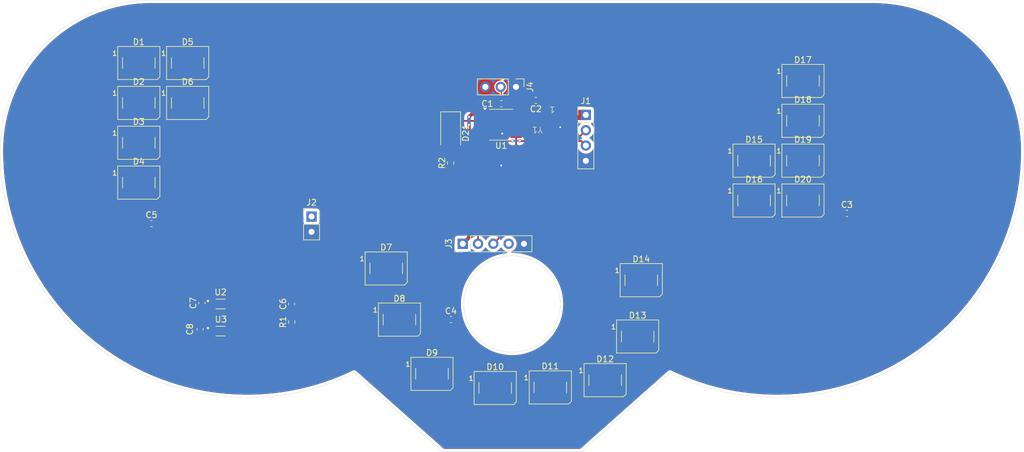
<source format=kicad_pcb>
(kicad_pcb (version 20241229) (generator "pcbnew") (generator_version "9.0")
  (layers (0 "F.Cu" signal) (2 "B.Cu" signal) (13 "F.Paste" user) (15 "B.Paste" user) (5 "F.SilkS" user "F.Silkscreen") (7 "B.SilkS" user "B.Silkscreen") (1 "F.Mask" user) (3 "B.Mask" user) (25 "Edge.Cuts" user))
  (net 0 "")
  (net 1 "GND")
  (net 2 "+3.3V")
  (net 3 "+5V")
  (net 4 "Net-(U2-DVI)")
  (net 5 "Net-(D1-DOUT)")
  (net 6 "Net-(D1-DIN)")
  (net 7 "Net-(D2-DOUT)")
  (net 8 "Net-(D3-DOUT)")
  (net 9 "Net-(D4-DOUT)")
  (net 10 "Net-(D5-DOUT)")
  (net 11 "Net-(D6-DOUT)")
  (net 12 "Net-(D7-DOUT)")
  (net 13 "Net-(D8-DOUT)")
  (net 14 "Net-(D10-DIN)")
  (net 15 "Net-(D10-DOUT)")
  (net 16 "Net-(D11-DOUT)")
  (net 17 "Net-(D12-DOUT)")
  (net 18 "Net-(D13-DOUT)")
  (net 19 "Net-(D14-DOUT)")
  (net 20 "Net-(D15-DOUT)")
  (net 21 "Net-(D16-DOUT)")
  (net 22 "Net-(D17-DOUT)")
  (net 23 "Net-(D18-DOUT)")
  (net 24 "Net-(D19-DOUT)")
  (net 26 "Net-(D21-K)")
  (net 27 "/SDA")
  (net 28 "/SCL")
  (net 29 "/mode")
  (net 30 "/UPDI{slash}~{RESET}")
  (net 32 "/XTAL")
  (footprint "LED_SMD:LED_WS2812B_PLCC4_5.0x5.0mm_P3.2mm" (layer "F.Cu") (at 77.64 30.44)
    (property "Reference" "D5" (at 0 -3.5 0) (layer "F.SilkS"))
    (property "Value" "WS2812B")
    (fp_line (start -3.5 -2.75) (end -3.5 2.75) (stroke (width 0.12)) (layer "F.SilkS"))
    (fp_line (start -3.5 -2.75) (end 3.5 -2.75) (stroke (width 0.12)) (layer "F.SilkS"))
    (fp_line (start -3.5 2.75) (end 3.05 2.75) (stroke (width 0.12)) (layer "F.SilkS"))
    (fp_line (start -2.7 0.9) (end -2.7 -0.9) (stroke (width 0.12)) (layer "F.SilkS"))
    (fp_line (start 2.7 0.9) (end 2.7 -0.9) (stroke (width 0.12)) (layer "F.SilkS"))
    (fp_line (start 3.05 2.75) (end 3.5 2.3) (stroke (width 0.12)) (layer "F.SilkS"))
    (fp_line (start 3.5 2.3) (end 3.5 -2.75) (stroke (width 0.12)) (layer "F.SilkS"))
    (fp_text user "1" (at -4 -1.6 0) (layer "F.SilkS") (effects (font (size 0.8 0.8))))
    (pad "1" smd roundrect (at -2.45 -1.65) (size 1.5 0.9) (layers "F.Cu" "F.Mask" "F.Paste") (roundrect_rratio 0.1) (net 3 "+5V"))
    (pad "2" smd roundrect (at -2.45 1.65) (size 1.5 0.9) (layers "F.Cu" "F.Mask" "F.Paste") (roundrect_rratio 0.1) (net 10 "Net-(D5-DOUT)"))
    (pad "3" smd roundrect (at 2.45 1.65) (size 1.5 0.9) (layers "F.Cu" "F.Mask" "F.Paste") (roundrect_rratio 0.1) (net 1 "GND"))
    (pad "4" smd roundrect (at 2.45 -1.65) (size 1.5 0.9) (layers "F.Cu" "F.Mask" "F.Paste") (roundrect_rratio 0.1) (net 9 "Net-(D4-DOUT)"))
  )
  (footprint "Capacitor_SMD:C_0603_1608Metric" (layer "F.Cu") (at 135.45 36.65 180)
    (property "Reference" "C2" (at 0 -1.43 0) (layer "F.SilkS"))
    (property "Value" "1µF")
    (fp_line (start -0.14058 0.51) (end 0.14058 0.51) (stroke (width 0.12)) (layer "F.SilkS"))
    (fp_line (start -0.14058 -0.51) (end 0.14058 -0.51) (stroke (width 0.12)) (layer "F.SilkS"))
    (pad "1" smd roundrect (at -0.775 0 180) (size 0.9 0.95) (layers "F.Cu" "F.Mask" "F.Paste") (net 2 "+3.3V"))
    (pad "2" smd roundrect (at 0.775 0 180) (size 0.9 0.95) (layers "F.Cu" "F.Mask" "F.Paste") (net 1 "GND"))
  )
  (footprint "Capacitor_SMD:C_0603_1608Metric" (layer "F.Cu") (at 129.725 37.2)
    (property "Reference" "C1" (at -2.325 0 0) (layer "F.SilkS"))
    (property "Value" "1µF")
    (fp_line (start -0.14058 -0.51) (end 0.14058 -0.51) (stroke (width 0.12)) (layer "F.SilkS"))
    (fp_line (start -0.14058 0.51) (end 0.14058 0.51) (stroke (width 0.12)) (layer "F.SilkS"))
    (pad "1" smd roundrect (at -0.775 0) (size 0.9 0.95) (layers "F.Cu" "F.Mask" "F.Paste") (net 2 "+3.3V"))
    (pad "2" smd roundrect (at 0.775 0) (size 0.9 0.95) (layers "F.Cu" "F.Mask" "F.Paste") (net 1 "GND"))
  )
  (footprint "Connector_PinHeader_2.54mm:PinHeader_1x03_P2.54mm_Vertical" (layer "F.Cu") (at 132.15 34.4 -90)
    (property "Reference" "J4" (at 0 -2.33 90) (layer "F.SilkS"))
    (property "Value" "Conn_01x03_Pin")
    (fp_line (start -1.33 6.41) (end 1.33 6.41) (stroke (width 0.12)) (layer "F.SilkS"))
    (fp_line (start -1.33 1.27) (end -1.33 6.41) (stroke (width 0.12)) (layer "F.SilkS"))
    (fp_line (start -1.33 1.27) (end 1.33 1.27) (stroke (width 0.12)) (layer "F.SilkS"))
    (fp_line (start 1.33 1.27) (end 1.33 6.41) (stroke (width 0.12)) (layer "F.SilkS"))
    (fp_line (start -1.33 0) (end -1.33 -1.33) (stroke (width 0.12)) (layer "F.SilkS"))
    (fp_line (start -1.33 -1.33) (end 0 -1.33) (stroke (width 0.12)) (layer "F.SilkS"))
    (pad "1" thru_hole rect (at 0 0 270) (size 1.7 1.7) (drill 1) (layers "*.Cu" "*.Mask") (net 1 "GND"))
    (pad "2" thru_hole oval (at 0 2.54 270) (size 1.7 1.7) (drill 1) (layers "*.Cu" "*.Mask") (net 30 "/UPDI{slash}~{RESET}"))
    (pad "3" thru_hole oval (at 0 5.08 270) (size 1.7 1.7) (drill 1) (layers "*.Cu" "*.Mask") (net 2 "+3.3V"))
  )
  (footprint "LED_SMD:LED_WS2812B_PLCC4_5.0x5.0mm_P3.2mm" (layer "F.Cu") (at 152.35 75.85)
    (property "Reference" "D13" (at 0 -3.5 0) (layer "F.SilkS"))
    (property "Value" "WS2812B")
    (fp_line (start -3.5 -2.75) (end -3.5 2.75) (stroke (width 0.12)) (layer "F.SilkS"))
    (fp_line (start -3.5 -2.75) (end 3.5 -2.75) (stroke (width 0.12)) (layer "F.SilkS"))
    (fp_line (start -3.5 2.75) (end 3.05 2.75) (stroke (width 0.12)) (layer "F.SilkS"))
    (fp_line (start -2.7 0.9) (end -2.7 -0.9) (stroke (width 0.12)) (layer "F.SilkS"))
    (fp_line (start 2.7 0.9) (end 2.7 -0.9) (stroke (width 0.12)) (layer "F.SilkS"))
    (fp_line (start 3.05 2.75) (end 3.5 2.3) (stroke (width 0.12)) (layer "F.SilkS"))
    (fp_line (start 3.5 2.3) (end 3.5 -2.75) (stroke (width 0.12)) (layer "F.SilkS"))
    (fp_text user "1" (at -4 -1.6 0) (layer "F.SilkS") (effects (font (size 0.8 0.8))))
    (pad "1" smd roundrect (at -2.45 -1.65) (size 1.5 0.9) (layers "F.Cu" "F.Mask" "F.Paste") (roundrect_rratio 0.1) (net 3 "+5V"))
    (pad "2" smd roundrect (at -2.45 1.65) (size 1.5 0.9) (layers "F.Cu" "F.Mask" "F.Paste") (roundrect_rratio 0.1) (net 18 "Net-(D13-DOUT)"))
    (pad "3" smd roundrect (at 2.45 1.65) (size 1.5 0.9) (layers "F.Cu" "F.Mask" "F.Paste") (roundrect_rratio 0.1) (net 1 "GND"))
    (pad "4" smd roundrect (at 2.45 -1.65) (size 1.5 0.9) (layers "F.Cu" "F.Mask" "F.Paste") (roundrect_rratio 0.1) (net 17 "Net-(D12-DOUT)"))
  )
  (footprint "Connector_PinHeader_2.54mm:PinHeader_1x05_P2.54mm_Vertical" (layer "F.Cu") (at 123.31 60.45 90)
    (property "Reference" "J3" (at 0 -2.33 90) (layer "F.SilkS"))
    (property "Value" "SFR02")
    (fp_line (start -1.33 -1.33) (end 0 -1.33) (stroke (width 0.12)) (layer "F.SilkS"))
    (fp_line (start -1.33 0) (end -1.33 -1.33) (stroke (width 0.12)) (layer "F.SilkS"))
    (fp_line (start 1.33 1.27) (end 1.33 11.49) (stroke (width 0.12)) (layer "F.SilkS"))
    (fp_line (start -1.33 1.27) (end 1.33 1.27) (stroke (width 0.12)) (layer "F.SilkS"))
    (fp_line (start -1.33 1.27) (end -1.33 11.49) (stroke (width 0.12)) (layer "F.SilkS"))
    (fp_line (start -1.33 11.49) (end 1.33 11.49) (stroke (width 0.12)) (layer "F.SilkS"))
    (pad "1" thru_hole rect (at 0 0 90) (size 1.7 1.7) (drill 1) (layers "*.Cu" "*.Mask") (net 2 "+3.3V"))
    (pad "2" thru_hole oval (at 0 2.54 90) (size 1.7 1.7) (drill 1) (layers "*.Cu" "*.Mask") (net 27 "/SDA"))
    (pad "3" thru_hole oval (at 0 5.08 90) (size 1.7 1.7) (drill 1) (layers "*.Cu" "*.Mask") (net 28 "/SCL"))
    (pad "4" thru_hole oval (at 0 7.62 90) (size 1.7 1.7) (drill 1) (layers "*.Cu" "*.Mask") (net 29 "/mode"))
    (pad "5" thru_hole oval (at 0 10.16 90) (size 1.7 1.7) (drill 1) (layers "*.Cu" "*.Mask") (net 1 "GND"))
  )
  (footprint "Capacitor_SMD:C_0603_1608Metric" (layer "F.Cu") (at 79.7 74.65 -90)
    (property "Reference" "C8" (at 0 1.7 90) (layer "F.SilkS"))
    (property "Value" "1µF")
    (fp_line (start -0.14058 0.51) (end 0.14058 0.51) (stroke (width 0.12)) (layer "F.SilkS"))
    (fp_line (start -0.14058 -0.51) (end 0.14058 -0.51) (stroke (width 0.12)) (layer "F.SilkS"))
    (pad "1" smd roundrect (at -0.775 0 270) (size 0.9 0.95) (layers "F.Cu" "F.Mask" "F.Paste") (net 2 "+3.3V"))
    (pad "2" smd roundrect (at 0.775 0 270) (size 0.9 0.95) (layers "F.Cu" "F.Mask" "F.Paste") (net 1 "GND"))
  )
  (footprint "Capacitor_SMD:C_0603_1608Metric" (layer "F.Cu") (at 71.625 57.1)
    (property "Reference" "C5" (at 0 -1.43 0) (layer "F.SilkS"))
    (property "Value" "1µF")
    (fp_line (start -0.14058 -0.51) (end 0.14058 -0.51) (stroke (width 0.12)) (layer "F.SilkS"))
    (fp_line (start -0.14058 0.51) (end 0.14058 0.51) (stroke (width 0.12)) (layer "F.SilkS"))
    (pad "1" smd roundrect (at -0.775 0) (size 0.9 0.95) (layers "F.Cu" "F.Mask" "F.Paste") (net 3 "+5V"))
    (pad "2" smd roundrect (at 0.775 0) (size 0.9 0.95) (layers "F.Cu" "F.Mask" "F.Paste") (net 1 "GND"))
  )
  (footprint "Capacitor_SMD:C_0603_1608Metric" (layer "F.Cu") (at 121.35 73.05)
    (property "Reference" "C4" (at 0 -1.43 0) (layer "F.SilkS"))
    (property "Value" "1µF")
    (fp_line (start -0.14058 -0.51) (end 0.14058 -0.51) (stroke (width 0.12)) (layer "F.SilkS"))
    (fp_line (start -0.14058 0.51) (end 0.14058 0.51) (stroke (width 0.12)) (layer "F.SilkS"))
    (pad "1" smd roundrect (at -0.775 0) (size 0.9 0.95) (layers "F.Cu" "F.Mask" "F.Paste") (net 3 "+5V"))
    (pad "2" smd roundrect (at 0.775 0) (size 0.9 0.95) (layers "F.Cu" "F.Mask" "F.Paste") (net 1 "GND"))
  )
  (footprint "LED_SMD:LED_WS2812B_PLCC4_5.0x5.0mm_P3.2mm" (layer "F.Cu") (at 112.8 73.05)
    (property "Reference" "D8" (at 0 -3.5 0) (layer "F.SilkS"))
    (property "Value" "WS2812B")
    (fp_line (start -3.5 -2.75) (end -3.5 2.75) (stroke (width 0.12)) (layer "F.SilkS"))
    (fp_line (start -3.5 -2.75) (end 3.5 -2.75) (stroke (width 0.12)) (layer "F.SilkS"))
    (fp_line (start -3.5 2.75) (end 3.05 2.75) (stroke (width 0.12)) (layer "F.SilkS"))
    (fp_line (start -2.7 0.9) (end -2.7 -0.9) (stroke (width 0.12)) (layer "F.SilkS"))
    (fp_line (start 2.7 0.9) (end 2.7 -0.9) (stroke (width 0.12)) (layer "F.SilkS"))
    (fp_line (start 3.05 2.75) (end 3.5 2.3) (stroke (width 0.12)) (layer "F.SilkS"))
    (fp_line (start 3.5 2.3) (end 3.5 -2.75) (stroke (width 0.12)) (layer "F.SilkS"))
    (fp_text user "1" (at -4 -1.6 0) (layer "F.SilkS") (effects (font (size 0.8 0.8))))
    (pad "1" smd roundrect (at -2.45 -1.65) (size 1.5 0.9) (layers "F.Cu" "F.Mask" "F.Paste") (roundrect_rratio 0.1) (net 3 "+5V"))
    (pad "2" smd roundrect (at -2.45 1.65) (size 1.5 0.9) (layers "F.Cu" "F.Mask" "F.Paste") (roundrect_rratio 0.1) (net 13 "Net-(D8-DOUT)"))
    (pad "3" smd roundrect (at 2.45 1.65) (size 1.5 0.9) (layers "F.Cu" "F.Mask" "F.Paste") (roundrect_rratio 0.1) (net 1 "GND"))
    (pad "4" smd roundrect (at 2.45 -1.65) (size 1.5 0.9) (layers "F.Cu" "F.Mask" "F.Paste") (roundrect_rratio 0.1) (net 12 "Net-(D7-DOUT)"))
  )
  (footprint "LED_SMD:LED_WS2812B_PLCC4_5.0x5.0mm_P3.2mm" (layer "F.Cu") (at 179.8 46.65)
    (property "Reference" "D19" (at 0 -3.5 0) (layer "F.SilkS"))
    (property "Value" "WS2812B")
    (fp_line (start -3.5 -2.75) (end -3.5 2.75) (stroke (width 0.12)) (layer "F.SilkS"))
    (fp_line (start -3.5 -2.75) (end 3.5 -2.75) (stroke (width 0.12)) (layer "F.SilkS"))
    (fp_line (start -3.5 2.75) (end 3.05 2.75) (stroke (width 0.12)) (layer "F.SilkS"))
    (fp_line (start -2.7 0.9) (end -2.7 -0.9) (stroke (width 0.12)) (layer "F.SilkS"))
    (fp_line (start 2.7 0.9) (end 2.7 -0.9) (stroke (width 0.12)) (layer "F.SilkS"))
    (fp_line (start 3.05 2.75) (end 3.5 2.3) (stroke (width 0.12)) (layer "F.SilkS"))
    (fp_line (start 3.5 2.3) (end 3.5 -2.75) (stroke (width 0.12)) (layer "F.SilkS"))
    (fp_text user "1" (at -4 -1.6 0) (layer "F.SilkS") (effects (font (size 0.8 0.8))))
    (pad "1" smd roundrect (at -2.45 -1.65) (size 1.5 0.9) (layers "F.Cu" "F.Mask" "F.Paste") (roundrect_rratio 0.1) (net 3 "+5V"))
    (pad "2" smd roundrect (at -2.45 1.65) (size 1.5 0.9) (layers "F.Cu" "F.Mask" "F.Paste") (roundrect_rratio 0.1) (net 24 "Net-(D19-DOUT)"))
    (pad "3" smd roundrect (at 2.45 1.65) (size 1.5 0.9) (layers "F.Cu" "F.Mask" "F.Paste") (roundrect_rratio 0.1) (net 1 "GND"))
    (pad "4" smd roundrect (at 2.45 -1.65) (size 1.5 0.9) (layers "F.Cu" "F.Mask" "F.Paste") (roundrect_rratio 0.1) (net 23 "Net-(D18-DOUT)"))
  )
  (footprint "LED_SMD:LED_WS2812B_PLCC4_5.0x5.0mm_P3.2mm" (layer "F.Cu") (at 118.2 82.05)
    (property "Reference" "D9" (at 0 -3.5 0) (layer "F.SilkS"))
    (property "Value" "WS2812B")
    (fp_line (start -3.5 -2.75) (end -3.5 2.75) (stroke (width 0.12)) (layer "F.SilkS"))
    (fp_line (start -3.5 -2.75) (end 3.5 -2.75) (stroke (width 0.12)) (layer "F.SilkS"))
    (fp_line (start -3.5 2.75) (end 3.05 2.75) (stroke (width 0.12)) (layer "F.SilkS"))
    (fp_line (start -2.7 0.9) (end -2.7 -0.9) (stroke (width 0.12)) (layer "F.SilkS"))
    (fp_line (start 2.7 0.9) (end 2.7 -0.9) (stroke (width 0.12)) (layer "F.SilkS"))
    (fp_line (start 3.05 2.75) (end 3.5 2.3) (stroke (width 0.12)) (layer "F.SilkS"))
    (fp_line (start 3.5 2.3) (end 3.5 -2.75) (stroke (width 0.12)) (layer "F.SilkS"))
    (fp_text user "1" (at -4 -1.6 0) (layer "F.SilkS") (effects (font (size 0.8 0.8))))
    (pad "1" smd roundrect (at -2.45 -1.65) (size 1.5 0.9) (layers "F.Cu" "F.Mask" "F.Paste") (roundrect_rratio 0.1) (net 3 "+5V"))
    (pad "2" smd roundrect (at -2.45 1.65) (size 1.5 0.9) (layers "F.Cu" "F.Mask" "F.Paste") (roundrect_rratio 0.1) (net 14 "Net-(D10-DIN)"))
    (pad "3" smd roundrect (at 2.45 1.65) (size 1.5 0.9) (layers "F.Cu" "F.Mask" "F.Paste") (roundrect_rratio 0.1) (net 1 "GND"))
    (pad "4" smd roundrect (at 2.45 -1.65) (size 1.5 0.9) (layers "F.Cu" "F.Mask" "F.Paste") (roundrect_rratio 0.1) (net 13 "Net-(D8-DOUT)"))
  )
  (footprint "Capacitor_SMD:C_0603_1608Metric" (layer "F.Cu") (at 94.9 70.45 90)
    (property "Reference" "C6" (at 0 -1.43 90) (layer "F.SilkS"))
    (property "Value" "1µF")
    (fp_line (start -0.14058 -0.51) (end 0.14058 -0.51) (stroke (width 0.12)) (layer "F.SilkS"))
    (fp_line (start -0.14058 0.51) (end 0.14058 0.51) (stroke (width 0.12)) (layer "F.SilkS"))
    (pad "1" smd roundrect (at -0.775 0 90) (size 0.9 0.95) (layers "F.Cu" "F.Mask" "F.Paste") (net 4 "Net-(U2-DVI)"))
    (pad "2" smd roundrect (at 0.775 0 90) (size 0.9 0.95) (layers "F.Cu" "F.Mask" "F.Paste") (net 1 "GND"))
  )
  (footprint "LED_SMD:LED_WS2812B_PLCC4_5.0x5.0mm_P3.2mm" (layer "F.Cu") (at 179.8 40.03)
    (property "Reference" "D18" (at 0 -3.5 0) (layer "F.SilkS"))
    (property "Value" "WS2812B")
    (fp_line (start -3.5 -2.75) (end -3.5 2.75) (stroke (width 0.12)) (layer "F.SilkS"))
    (fp_line (start -3.5 -2.75) (end 3.5 -2.75) (stroke (width 0.12)) (layer "F.SilkS"))
    (fp_line (start -3.5 2.75) (end 3.05 2.75) (stroke (width 0.12)) (layer "F.SilkS"))
    (fp_line (start -2.7 0.9) (end -2.7 -0.9) (stroke (width 0.12)) (layer "F.SilkS"))
    (fp_line (start 2.7 0.9) (end 2.7 -0.9) (stroke (width 0.12)) (layer "F.SilkS"))
    (fp_line (start 3.05 2.75) (end 3.5 2.3) (stroke (width 0.12)) (layer "F.SilkS"))
    (fp_line (start 3.5 2.3) (end 3.5 -2.75) (stroke (width 0.12)) (layer "F.SilkS"))
    (fp_text user "1" (at -4 -1.6 0) (layer "F.SilkS") (effects (font (size 0.8 0.8))))
    (pad "1" smd roundrect (at -2.45 -1.65) (size 1.5 0.9) (layers "F.Cu" "F.Mask" "F.Paste") (roundrect_rratio 0.1) (net 3 "+5V"))
    (pad "2" smd roundrect (at -2.45 1.65) (size 1.5 0.9) (layers "F.Cu" "F.Mask" "F.Paste") (roundrect_rratio 0.1) (net 23 "Net-(D18-DOUT)"))
    (pad "3" smd roundrect (at 2.45 1.65) (size 1.5 0.9) (layers "F.Cu" "F.Mask" "F.Paste") (roundrect_rratio 0.1) (net 1 "GND"))
    (pad "4" smd roundrect (at 2.45 -1.65) (size 1.5 0.9) (layers "F.Cu" "F.Mask" "F.Paste") (roundrect_rratio 0.1) (net 22 "Net-(D17-DOUT)"))
  )
  (footprint "LED_SMD:LED_WS2812B_PLCC4_5.0x5.0mm_P3.2mm" (layer "F.Cu") (at 171.68 46.65)
    (property "Reference" "D15" (at 0 -3.5 0) (layer "F.SilkS"))
    (property "Value" "WS2812B")
    (fp_line (start -3.5 -2.75) (end -3.5 2.75) (stroke (width 0.12)) (layer "F.SilkS"))
    (fp_line (start -3.5 -2.75) (end 3.5 -2.75) (stroke (width 0.12)) (layer "F.SilkS"))
    (fp_line (start -3.5 2.75) (end 3.05 2.75) (stroke (width 0.12)) (layer "F.SilkS"))
    (fp_line (start -2.7 0.9) (end -2.7 -0.9) (stroke (width 0.12)) (layer "F.SilkS"))
    (fp_line (start 2.7 0.9) (end 2.7 -0.9) (stroke (width 0.12)) (layer "F.SilkS"))
    (fp_line (start 3.05 2.75) (end 3.5 2.3) (stroke (width 0.12)) (layer "F.SilkS"))
    (fp_line (start 3.5 2.3) (end 3.5 -2.75) (stroke (width 0.12)) (layer "F.SilkS"))
    (fp_text user "1" (at -4 -1.6 0) (layer "F.SilkS") (effects (font (size 0.8 0.8))))
    (pad "1" smd roundrect (at -2.45 -1.65) (size 1.5 0.9) (layers "F.Cu" "F.Mask" "F.Paste") (roundrect_rratio 0.1) (net 3 "+5V"))
    (pad "2" smd roundrect (at -2.45 1.65) (size 1.5 0.9) (layers "F.Cu" "F.Mask" "F.Paste") (roundrect_rratio 0.1) (net 20 "Net-(D15-DOUT)"))
    (pad "3" smd roundrect (at 2.45 1.65) (size 1.5 0.9) (layers "F.Cu" "F.Mask" "F.Paste") (roundrect_rratio 0.1) (net 1 "GND"))
    (pad "4" smd roundrect (at 2.45 -1.65) (size 1.5 0.9) (layers "F.Cu" "F.Mask" "F.Paste") (roundrect_rratio 0.1) (net 19 "Net-(D14-DOUT)"))
  )
  (footprint "LED_SMD:LED_WS2812B_PLCC4_5.0x5.0mm_P3.2mm" (layer "F.Cu") (at 137.85 84.3)
    (property "Reference" "D11" (at 0 -3.5 0) (layer "F.SilkS"))
    (property "Value" "WS2812B")
    (fp_line (start -3.5 -2.75) (end -3.5 2.75) (stroke (width 0.12)) (layer "F.SilkS"))
    (fp_line (start -3.5 -2.75) (end 3.5 -2.75) (stroke (width 0.12)) (layer "F.SilkS"))
    (fp_line (start -3.5 2.75) (end 3.05 2.75) (stroke (width 0.12)) (layer "F.SilkS"))
    (fp_line (start -2.7 0.9) (end -2.7 -0.9) (stroke (width 0.12)) (layer "F.SilkS"))
    (fp_line (start 2.7 0.9) (end 2.7 -0.9) (stroke (width 0.12)) (layer "F.SilkS"))
    (fp_line (start 3.05 2.75) (end 3.5 2.3) (stroke (width 0.12)) (layer "F.SilkS"))
    (fp_line (start 3.5 2.3) (end 3.5 -2.75) (stroke (width 0.12)) (layer "F.SilkS"))
    (fp_text user "1" (at -4 -1.6 0) (layer "F.SilkS") (effects (font (size 0.8 0.8))))
    (pad "1" smd roundrect (at -2.45 -1.65) (size 1.5 0.9) (layers "F.Cu" "F.Mask" "F.Paste") (roundrect_rratio 0.1) (net 3 "+5V"))
    (pad "2" smd roundrect (at -2.45 1.65) (size 1.5 0.9) (layers "F.Cu" "F.Mask" "F.Paste") (roundrect_rratio 0.1) (net 16 "Net-(D11-DOUT)"))
    (pad "3" smd roundrect (at 2.45 1.65) (size 1.5 0.9) (layers "F.Cu" "F.Mask" "F.Paste") (roundrect_rratio 0.1) (net 1 "GND"))
    (pad "4" smd roundrect (at 2.45 -1.65) (size 1.5 0.9) (layers "F.Cu" "F.Mask" "F.Paste") (roundrect_rratio 0.1) (net 15 "Net-(D10-DOUT)"))
  )
  (footprint "LED_SMD:LED_WS2812B_PLCC4_5.0x5.0mm_P3.2mm" (layer "F.Cu") (at 110.6 64.55)
    (property "Reference" "D7" (at 0 -3.5 0) (layer "F.SilkS"))
    (property "Value" "WS2812B")
    (fp_line (start -3.5 -2.75) (end -3.5 2.75) (stroke (width 0.12)) (layer "F.SilkS"))
    (fp_line (start -3.5 -2.75) (end 3.5 -2.75) (stroke (width 0.12)) (layer "F.SilkS"))
    (fp_line (start -3.5 2.75) (end 3.05 2.75) (stroke (width 0.12)) (layer "F.SilkS"))
    (fp_line (start -2.7 0.9) (end -2.7 -0.9) (stroke (width 0.12)) (layer "F.SilkS"))
    (fp_line (start 2.7 0.9) (end 2.7 -0.9) (stroke (width 0.12)) (layer "F.SilkS"))
    (fp_line (start 3.05 2.75) (end 3.5 2.3) (stroke (width 0.12)) (layer "F.SilkS"))
    (fp_line (start 3.5 2.3) (end 3.5 -2.75) (stroke (width 0.12)) (layer "F.SilkS"))
    (fp_text user "1" (at -4 -1.6 0) (layer "F.SilkS") (effects (font (size 0.8 0.8))))
    (pad "1" smd roundrect (at -2.45 -1.65) (size 1.5 0.9) (layers "F.Cu" "F.Mask" "F.Paste") (roundrect_rratio 0.1) (net 3 "+5V"))
    (pad "2" smd roundrect (at -2.45 1.65) (size 1.5 0.9) (layers "F.Cu" "F.Mask" "F.Paste") (roundrect_rratio 0.1) (net 12 "Net-(D7-DOUT)"))
    (pad "3" smd roundrect (at 2.45 1.65) (size 1.5 0.9) (layers "F.Cu" "F.Mask" "F.Paste") (roundrect_rratio 0.1) (net 1 "GND"))
    (pad "4" smd roundrect (at 2.45 -1.65) (size 1.5 0.9) (layers "F.Cu" "F.Mask" "F.Paste") (roundrect_rratio 0.1) (net 11 "Net-(D6-DOUT)"))
  )
  (footprint "LED_SMD:LED_WS2812B_PLCC4_5.0x5.0mm_P3.2mm" (layer "F.Cu") (at 179.8 53.27)
    (property "Reference" "D20" (at 0 -3.5 0) (layer "F.SilkS"))
    (property "Value" "WS2812B")
    (fp_line (start -3.5 -2.75) (end -3.5 2.75) (stroke (width 0.12)) (layer "F.SilkS"))
    (fp_line (start -3.5 -2.75) (end 3.5 -2.75) (stroke (width 0.12)) (layer "F.SilkS"))
    (fp_line (start -3.5 2.75) (end 3.05 2.75) (stroke (width 0.12)) (layer "F.SilkS"))
    (fp_line (start -2.7 0.9) (end -2.7 -0.9) (stroke (width 0.12)) (layer "F.SilkS"))
    (fp_line (start 2.7 0.9) (end 2.7 -0.9) (stroke (width 0.12)) (layer "F.SilkS"))
    (fp_line (start 3.05 2.75) (end 3.5 2.3) (stroke (width 0.12)) (layer "F.SilkS"))
    (fp_line (start 3.5 2.3) (end 3.5 -2.75) (stroke (width 0.12)) (layer "F.SilkS"))
    (fp_text user "1" (at -4 -1.6 0) (layer "F.SilkS") (effects (font (size 0.8 0.8))))
    (pad "1" smd roundrect (at -2.45 -1.65) (size 1.5 0.9) (layers "F.Cu" "F.Mask" "F.Paste") (roundrect_rratio 0.1) (net 3 "+5V"))
    (pad "2" smd roundrect (at -2.45 1.65) (size 1.5 0.9) (layers "F.Cu" "F.Mask" "F.Paste") (roundrect_rratio 0.1))
    (pad "3" smd roundrect (at 2.45 1.65) (size 1.5 0.9) (layers "F.Cu" "F.Mask" "F.Paste") (roundrect_rratio 0.1) (net 1 "GND"))
    (pad "4" smd roundrect (at 2.45 -1.65) (size 1.5 0.9) (layers "F.Cu" "F.Mask" "F.Paste") (roundrect_rratio 0.1) (net 24 "Net-(D19-DOUT)"))
  )
  (footprint "BH1750FVI-TR:XDCR_BH1750FVI-TR" (layer "F.Cu") (at 83.1 74.95)
    (property "Reference" "U3" (at 0.05 -1.937485 0) (layer "F.SilkS") (effects (font (size 1.001283 1.001283))))
    (property "Value" "BH1750FVI-TR")
    (fp_line (start -0.78 0.8) (end 0.78 0.8) (stroke (width 0.127)) (layer "F.SilkS"))
    (fp_line (start 0.78 -0.8) (end -0.78 -0.8) (stroke (width 0.127)) (layer "F.SilkS"))
    (fp_circle (center -2.1 -0.5) (end -2 -0.5) (stroke (width 0.2)) (fill no) (layer "F.SilkS"))
    (pad "1" smd rect (at -1.375 -0.5) (size 0.55 0.25) (layers "F.Cu" "F.Mask" "F.Paste") (net 2 "+3.3V"))
    (pad "2" smd rect (at -1.375 0) (size 0.55 0.25) (layers "F.Cu" "F.Mask" "F.Paste") (net 2 "+3.3V"))
    (pad "3" smd rect (at -1.375 0.5) (size 0.55 0.25) (layers "F.Cu" "F.Mask" "F.Paste") (net 1 "GND"))
    (pad "4" smd rect (at 1.375 0.5) (size 0.55 0.25) (layers "F.Cu" "F.Mask" "F.Paste") (net 27 "/SDA"))
    (pad "5" smd rect (at 1.375 0) (size 0.55 0.25) (layers "F.Cu" "F.Mask" "F.Paste") (net 4 "Net-(U2-DVI)"))
    (pad "6" smd rect (at 1.375 -0.5) (size 0.55 0.25) (layers "F.Cu" "F.Mask" "F.Paste") (net 28 "/SCL"))
  )
  (footprint "Connector_PinHeader_2.54mm:PinHeader_1x02_P2.54mm_Vertical" (layer "F.Cu") (at 98.205 55.935)
    (property "Reference" "J2" (at 0 -2.33 0) (layer "F.SilkS"))
    (property "Value" "Conn_01x02_Pin")
    (fp_line (start -1.33 -1.33) (end 0 -1.33) (stroke (width 0.12)) (layer "F.SilkS"))
    (fp_line (start -1.33 0) (end -1.33 -1.33) (stroke (width 0.12)) (layer "F.SilkS"))
    (fp_line (start -1.33 1.27) (end -1.33 3.87) (stroke (width 0.12)) (layer "F.SilkS"))
    (fp_line (start -1.33 1.27) (end 1.33 1.27) (stroke (width 0.12)) (layer "F.SilkS"))
    (fp_line (start -1.33 3.87) (end 1.33 3.87) (stroke (width 0.12)) (layer "F.SilkS"))
    (fp_line (start 1.33 1.27) (end 1.33 3.87) (stroke (width 0.12)) (layer "F.SilkS"))
    (pad "1" thru_hole rect (at 0 0) (size 1.7 1.7) (drill 1) (layers "*.Cu" "*.Mask") (net 3 "+5V"))
    (pad "2" thru_hole oval (at 0 2.54) (size 1.7 1.7) (drill 1) (layers "*.Cu" "*.Mask") (net 1 "GND"))
  )
  (footprint "LED_SMD:LED_WS2812B_PLCC4_5.0x5.0mm_P3.2mm" (layer "F.Cu") (at 128.7 84.4)
    (property "Reference" "D10" (at 0 -3.5 0) (layer "F.SilkS"))
    (property "Value" "WS2812B")
    (fp_line (start -3.5 -2.75) (end -3.5 2.75) (stroke (width 0.12)) (layer "F.SilkS"))
    (fp_line (start -3.5 -2.75) (end 3.5 -2.75) (stroke (width 0.12)) (layer "F.SilkS"))
    (fp_line (start -3.5 2.75) (end 3.05 2.75) (stroke (width 0.12)) (layer "F.SilkS"))
    (fp_line (start -2.7 0.9) (end -2.7 -0.9) (stroke (width 0.12)) (layer "F.SilkS"))
    (fp_line (start 2.7 0.9) (end 2.7 -0.9) (stroke (width 0.12)) (layer "F.SilkS"))
    (fp_line (start 3.05 2.75) (end 3.5 2.3) (stroke (width 0.12)) (layer "F.SilkS"))
    (fp_line (start 3.5 2.3) (end 3.5 -2.75) (stroke (width 0.12)) (layer "F.SilkS"))
    (fp_text user "1" (at -4 -1.6 0) (layer "F.SilkS") (effects (font (size 0.8 0.8))))
    (pad "1" smd roundrect (at -2.45 -1.65) (size 1.5 0.9) (layers "F.Cu" "F.Mask" "F.Paste") (roundrect_rratio 0.1) (net 3 "+5V"))
    (pad "2" smd roundrect (at -2.45 1.65) (size 1.5 0.9) (layers "F.Cu" "F.Mask" "F.Paste") (roundrect_rratio 0.1) (net 15 "Net-(D10-DOUT)"))
    (pad "3" smd roundrect (at 2.45 1.65) (size 1.5 0.9) (layers "F.Cu" "F.Mask" "F.Paste") (roundrect_rratio 0.1) (net 1 "GND"))
    (pad "4" smd roundrect (at 2.45 -1.65) (size 1.5 0.9) (layers "F.Cu" "F.Mask" "F.Paste") (roundrect_rratio 0.1) (net 14 "Net-(D10-DIN)"))
  )
  (footprint "Oscillator:ESC-2333-xxx-xxx" (layer "F.Cu") (at 135.7 39.1 180)
    (property "Reference" "Y1" (at 0 -2.45 180) (layer "F.SilkS") (effects (font (thickness 0.1))))
    (property "Value" "ECS-2333MV-100-BN-TR" (hide yes))
    (fp_text user "1" (at -3 1.5 180) (layer "F.SilkS") (effects (font (thickness 0.1)) (justify left bottom)))
    (pad "1" smd roundrect (at -1.15 0.95 180) (size 1.3 1.1) (layers "F.Cu" "F.Mask" "F.Paste") (roundrect_rratio 0.15) (net 2 "+3.3V"))
    (pad "2" smd roundrect (at 1.15 0.95 180) (size 1.3 1.1) (layers "F.Cu" "F.Mask" "F.Paste") (roundrect_rratio 0.15) (net 1 "GND"))
    (pad "3" smd roundrect (at 1.15 -0.95 180) (size 1.3 1.1) (layers "F.Cu" "F.Mask" "F.Paste") (roundrect_rratio 0.15) (net 32 "/XTAL"))
    (pad "4" smd roundrect (at -1.15 -0.95 180) (size 1.3 1.1) (layers "F.Cu" "F.Mask" "F.Paste") (roundrect_rratio 0.15) (net 2 "+3.3V"))
  )
  (footprint "LED_SMD:LED_WS2812B_PLCC4_5.0x5.0mm_P3.2mm" (layer "F.Cu") (at 171.68 53.27)
    (property "Reference" "D16" (at 0 -3.5 0) (layer "F.SilkS"))
    (property "Value" "WS2812B")
    (fp_line (start -3.5 -2.75) (end -3.5 2.75) (stroke (width 0.12)) (layer "F.SilkS"))
    (fp_line (start -3.5 -2.75) (end 3.5 -2.75) (stroke (width 0.12)) (layer "F.SilkS"))
    (fp_line (start -3.5 2.75) (end 3.05 2.75) (stroke (width 0.12)) (layer "F.SilkS"))
    (fp_line (start -2.7 0.9) (end -2.7 -0.9) (stroke (width 0.12)) (layer "F.SilkS"))
    (fp_line (start 2.7 0.9) (end 2.7 -0.9) (stroke (width 0.12)) (layer "F.SilkS"))
    (fp_line (start 3.05 2.75) (end 3.5 2.3) (stroke (width 0.12)) (layer "F.SilkS"))
    (fp_line (start 3.5 2.3) (end 3.5 -2.75) (stroke (width 0.12)) (layer "F.SilkS"))
    (fp_text user "1" (at -4 -1.6 0) (layer "F.SilkS") (effects (font (size 0.8 0.8))))
    (pad "1" smd roundrect (at -2.45 -1.65) (size 1.5 0.9) (layers "F.Cu" "F.Mask" "F.Paste") (roundrect_rratio 0.1) (net 3 "+5V"))
    (pad "2" smd roundrect (at -2.45 1.65) (size 1.5 0.9) (layers "F.Cu" "F.Mask" "F.Paste") (roundrect_rratio 0.1) (net 21 "Net-(D16-DOUT)"))
    (pad "3" smd roundrect (at 2.45 1.65) (size 1.5 0.9) (layers "F.Cu" "F.Mask" "F.Paste") (roundrect_rratio 0.1) (net 1 "GND"))
    (pad "4" smd roundrect (at 2.45 -1.65) (size 1.5 0.9) (layers "F.Cu" "F.Mask" "F.Paste") (roundrect_rratio 0.1) (net 20 "Net-(D15-DOUT)"))
  )
  (footprint "LED_SMD:LED_WS2812B_PLCC4_5.0x5.0mm_P3.2mm" (layer "F.Cu") (at 69.52 30.44)
    (property "Reference" "D1" (at 0 -3.5 0) (layer "F.SilkS"))
    (property "Value" "WS2812B")
    (fp_line (start -3.5 -2.75) (end -3.5 2.75) (stroke (width 0.12)) (layer "F.SilkS"))
    (fp_line (start -3.5 -2.75) (end 3.5 -2.75) (stroke (width 0.12)) (layer "F.SilkS"))
    (fp_line (start -3.5 2.75) (end 3.05 2.75) (stroke (width 0.12)) (layer "F.SilkS"))
    (fp_line (start -2.7 0.9) (end -2.7 -0.9) (stroke (width 0.12)) (layer "F.SilkS"))
    (fp_line (start 2.7 0.9) (end 2.7 -0.9) (stroke (width 0.12)) (layer "F.SilkS"))
    (fp_line (start 3.05 2.75) (end 3.5 2.3) (stroke (width 0.12)) (layer "F.SilkS"))
    (fp_line (start 3.5 2.3) (end 3.5 -2.75) (stroke (width 0.12)) (layer "F.SilkS"))
    (fp_text user "1" (at -4 -1.6 0) (layer "F.SilkS") (effects (font (size 0.8 0.8))))
    (pad "1" smd roundrect (at -2.45 -1.65) (size 1.5 0.9) (layers "F.Cu" "F.Mask" "F.Paste") (roundrect_rratio 0.1) (net 3 "+5V"))
    (pad "2" smd roundrect (at -2.45 1.65) (size 1.5 0.9) (layers "F.Cu" "F.Mask" "F.Paste") (roundrect_rratio 0.1) (net 5 "Net-(D1-DOUT)"))
    (pad "3" smd roundrect (at 2.45 1.65) (size 1.5 0.9) (layers "F.Cu" "F.Mask" "F.Paste") (roundrect_rratio 0.1) (net 1 "GND"))
    (pad "4" smd roundrect (at 2.45 -1.65) (size 1.5 0.9) (layers "F.Cu" "F.Mask" "F.Paste") (roundrect_rratio 0.1) (net 6 "Net-(D1-DIN)"))
  )
  (footprint "LED_SMD:LED_WS2812B_PLCC4_5.0x5.0mm_P3.2mm" (layer "F.Cu") (at 179.8 33.41)
    (property "Reference" "D17" (at 0 -3.5 0) (layer "F.SilkS"))
    (property "Value" "WS2812B")
    (fp_line (start -3.5 -2.75) (end -3.5 2.75) (stroke (width 0.12)) (layer "F.SilkS"))
    (fp_line (start -3.5 -2.75) (end 3.5 -2.75) (stroke (width 0.12)) (layer "F.SilkS"))
    (fp_line (start -3.5 2.75) (end 3.05 2.75) (stroke (width 0.12)) (layer "F.SilkS"))
    (fp_line (start -2.7 0.9) (end -2.7 -0.9) (stroke (width 0.12)) (layer "F.SilkS"))
    (fp_line (start 2.7 0.9) (end 2.7 -0.9) (stroke (width 0.12)) (layer "F.SilkS"))
    (fp_line (start 3.05 2.75) (end 3.5 2.3) (stroke (width 0.12)) (layer "F.SilkS"))
    (fp_line (start 3.5 2.3) (end 3.5 -2.75) (stroke (width 0.12)) (layer "F.SilkS"))
    (fp_text user "1" (at -4 -1.6 0) (layer "F.SilkS") (effects (font (size 0.8 0.8))))
    (pad "1" smd roundrect (at -2.45 -1.65) (size 1.5 0.9) (layers "F.Cu" "F.Mask" "F.Paste") (roundrect_rratio 0.1) (net 3 "+5V"))
    (pad "2" smd roundrect (at -2.45 1.65) (size 1.5 0.9) (layers "F.Cu" "F.Mask" "F.Paste") (roundrect_rratio 0.1) (net 22 "Net-(D17-DOUT)"))
    (pad "3" smd roundrect (at 2.45 1.65) (size 1.5 0.9) (layers "F.Cu" "F.Mask" "F.Paste") (roundrect_rratio 0.1) (net 1 "GND"))
    (pad "4" smd roundrect (at 2.45 -1.65) (size 1.5 0.9) (layers "F.Cu" "F.Mask" "F.Paste") (roundrect_rratio 0.1) (net 21 "Net-(D16-DOUT)"))
  )
  (footprint "LED_SMD:LED_WS2812B_PLCC4_5.0x5.0mm_P3.2mm" (layer "F.Cu") (at 77.64 37.06)
    (property "Reference" "D6" (at 0 -3.5 0) (layer "F.SilkS"))
    (property "Value" "WS2812B")
    (fp_line (start -3.5 -2.75) (end -3.5 2.75) (stroke (width 0.12)) (layer "F.SilkS"))
    (fp_line (start -3.5 -2.75) (end 3.5 -2.75) (stroke (width 0.12)) (layer "F.SilkS"))
    (fp_line (start -3.5 2.75) (end 3.05 2.75) (stroke (width 0.12)) (layer "F.SilkS"))
    (fp_line (start -2.7 0.9) (end -2.7 -0.9) (stroke (width 0.12)) (layer "F.SilkS"))
    (fp_line (start 2.7 0.9) (end 2.7 -0.9) (stroke (width 0.12)) (layer "F.SilkS"))
    (fp_line (start 3.05 2.75) (end 3.5 2.3) (stroke (width 0.12)) (layer "F.SilkS"))
    (fp_line (start 3.5 2.3) (end 3.5 -2.75) (stroke (width 0.12)) (layer "F.SilkS"))
    (fp_text user "1" (at -4 -1.6 0) (layer "F.SilkS") (effects (font (size 0.8 0.8))))
    (pad "1" smd roundrect (at -2.45 -1.65) (size 1.5 0.9) (layers "F.Cu" "F.Mask" "F.Paste") (roundrect_rratio 0.1) (net 3 "+5V"))
    (pad "2" smd roundrect (at -2.45 1.65) (size 1.5 0.9) (layers "F.Cu" "F.Mask" "F.Paste") (roundrect_rratio 0.1) (net 11 "Net-(D6-DOUT)"))
    (pad "3" smd roundrect (at 2.45 1.65) (size 1.5 0.9) (layers "F.Cu" "F.Mask" "F.Paste") (roundrect_rratio 0.1) (net 1 "GND"))
    (pad "4" smd roundrect (at 2.45 -1.65) (size 1.5 0.9) (layers "F.Cu" "F.Mask" "F.Paste") (roundrect_rratio 0.1) (net 10 "Net-(D5-DOUT)"))
  )
  (footprint "Connector_PinHeader_2.54mm:PinHeader_1x04_P2.54mm_Vertical" (layer "F.Cu") (at 143.75 39.06)
    (property "Reference" "J1" (at 0 -2.33 0) (layer "F.SilkS"))
    (property "Value" "Conn_01x04_Pin")
    (fp_line (start -1.33 -1.33) (end 0 -1.33) (stroke (width 0.12)) (layer "F.SilkS"))
    (fp_line (start -1.33 0) (end -1.33 -1.33) (stroke (width 0.12)) (layer "F.SilkS"))
    (fp_line (start -1.33 1.27) (end -1.33 8.95) (stroke (width 0.12)) (layer "F.SilkS"))
    (fp_line (start -1.33 1.27) (end 1.33 1.27) (stroke (width 0.12)) (layer "F.SilkS"))
    (fp_line (start -1.33 8.95) (end 1.33 8.95) (stroke (width 0.12)) (layer "F.SilkS"))
    (fp_line (start 1.33 1.27) (end 1.33 8.95) (stroke (width 0.12)) (layer "F.SilkS"))
    (pad "1" thru_hole rect (at 0 0) (size 1.7 1.7) (drill 1) (layers "*.Cu" "*.Mask") (net 2 "+3.3V"))
    (pad "2" thru_hole oval (at 0 2.54) (size 1.7 1.7) (drill 1) (layers "*.Cu" "*.Mask") (net 28 "/SCL"))
    (pad "3" thru_hole oval (at 0 5.08) (size 1.7 1.7) (drill 1) (layers "*.Cu" "*.Mask") (net 27 "/SDA"))
    (pad "4" thru_hole oval (at 0 7.62) (size 1.7 1.7) (drill 1) (layers "*.Cu" "*.Mask") (net 1 "GND"))
  )
  (footprint "LED_SMD:LED_WS2812B_PLCC4_5.0x5.0mm_P3.2mm" (layer "F.Cu") (at 69.52 50.3)
    (property "Reference" "D4" (at 0 -3.5 0) (layer "F.SilkS"))
    (property "Value" "WS2812B")
    (fp_line (start -3.5 -2.75) (end -3.5 2.75) (stroke (width 0.12)) (layer "F.SilkS"))
    (fp_line (start -3.5 -2.75) (end 3.5 -2.75) (stroke (width 0.12)) (layer "F.SilkS"))
    (fp_line (start -3.5 2.75) (end 3.05 2.75) (stroke (width 0.12)) (layer "F.SilkS"))
    (fp_line (start -2.7 0.9) (end -2.7 -0.9) (stroke (width 0.12)) (layer "F.SilkS"))
    (fp_line (start 2.7 0.9) (end 2.7 -0.9) (stroke (width 0.12)) (layer "F.SilkS"))
    (fp_line (start 3.05 2.75) (end 3.5 2.3) (stroke (width 0.12)) (layer "F.SilkS"))
    (fp_line (start 3.5 2.3) (end 3.5 -2.75) (stroke (width 0.12)) (layer "F.SilkS"))
    (fp_text user "1" (at -4 -1.6 0) (layer "F.SilkS") (effects (font (size 0.8 0.8))))
    (pad "1" smd roundrect (at -2.45 -1.65) (size 1.5 0.9) (layers "F.Cu" "F.Mask" "F.Paste") (roundrect_rratio 0.1) (net 3 "+5V"))
    (pad "2" smd roundrect (at -2.45 1.65) (size 1.5 0.9) (layers "F.Cu" "F.Mask" "F.Paste") (roundrect_rratio 0.1) (net 9 "Net-(D4-DOUT)"))
    (pad "3" smd roundrect (at 2.45 1.65) (size 1.5 0.9) (layers "F.Cu" "F.Mask" "F.Paste") (roundrect_rratio 0.1) (net 1 "GND"))
    (pad "4" smd roundrect (at 2.45 -1.65) (size 1.5 0.9) (layers "F.Cu" "F.Mask" "F.Paste") (roundrect_rratio 0.1) (net 8 "Net-(D3-DOUT)"))
  )
  (footprint "Package_SO:SOIC-8_3.9x4.9mm_P1.27mm" (layer "F.Cu") (at 129.7 40.68)
    (property "Reference" "U1" (at 0 3.47 0) (layer "F.SilkS"))
    (property "Value" "ATtiny402-SS")
    (fp_line (start 0 -2.56) (end -1.95 -2.56) (stroke (width 0.12)) (layer "F.SilkS"))
    (fp_line (start 0 -2.56) (end 1.95 -2.56) (stroke (width 0.12)) (layer "F.SilkS"))
    (fp_line (start 0 2.56) (end -1.95 2.56) (stroke (width 0.12)) (layer "F.SilkS"))
    (fp_line (start 0 2.56) (end 1.95 2.56) (stroke (width 0.12)) (layer "F.SilkS"))
    (fp_poly (pts (xy -2.7 -2.465) (xy -2.94 -2.795) (xy -2.46 -2.795) (xy -2.7 -2.465)) (stroke (width 0.12)) (fill yes) (layer "F.SilkS"))
    (pad "1" smd roundrect (at -2.475 -1.905) (size 1.95 0.6) (layers "F.Cu" "F.Mask" "F.Paste") (net 2 "+3.3V"))
    (pad "2" smd roundrect (at -2.475 -0.635) (size 1.95 0.6) (layers "F.Cu" "F.Mask" "F.Paste") (net 26 "Net-(D21-K)"))
    (pad "3" smd roundrect (at -2.475 0.635) (size 1.95 0.6) (layers "F.Cu" "F.Mask" "F.Paste"))
    (pad "4" smd roundrect (at -2.475 1.905) (size 1.95 0.6) (layers "F.Cu" "F.Mask" "F.Paste") (net 27 "/SDA"))
    (pad "5" smd roundrect (at 2.475 1.905) (size 1.95 0.6) (layers "F.Cu" "F.Mask" "F.Paste") (net 28 "/SCL"))
    (pad "6" smd roundrect (at 2.475 0.635) (size 1.95 0.6) (layers "F.Cu" "F.Mask" "F.Paste") (net 30 "/UPDI{slash}~{RESET}"))
    (pad "7" smd roundrect (at 2.475 -0.635) (size 1.95 0.6) (layers "F.Cu" "F.Mask" "F.Paste") (net 32 "/XTAL"))
    (pad "8" smd roundrect (at 2.475 -1.905) (size 1.95 0.6) (layers "F.Cu" "F.Mask" "F.Paste") (net 1 "GND"))
  )
  (footprint "Resistor_SMD:R_0603_1608Metric" (layer "F.Cu") (at 94.9 73.45 90)
    (property "Reference" "R1" (at 0 -1.43 90) (layer "F.SilkS"))
    (property "Value" "10k")
    (fp_line (start -0.237258 -0.5225) (end 0.237258 -0.5225) (stroke (width 0.12)) (layer "F.SilkS"))
    (fp_line (start -0.237258 0.5225) (end 0.237258 0.5225) (stroke (width 0.12)) (layer "F.SilkS"))
    (pad "1" smd roundrect (at -0.825 0 90) (size 0.8 0.95) (layers "F.Cu" "F.Mask" "F.Paste") (net 2 "+3.3V"))
    (pad "2" smd roundrect (at 0.825 0 90) (size 0.8 0.95) (layers "F.Cu" "F.Mask" "F.Paste") (net 4 "Net-(U2-DVI)"))
  )
  (footprint "Diode_SMD:D_SMA" (layer "F.Cu") (at 121.3 42.05 -90)
    (property "Reference" "D21" (at 0 -2.5 90) (layer "F.SilkS"))
    (property "Value" "GS1M_R1_00001")
    (fp_line (start -3.51 1.65) (end 2 1.65) (stroke (width 0.12)) (layer "F.SilkS"))
    (fp_line (start -3.51 -1.65) (end -3.51 1.65) (stroke (width 0.12)) (layer "F.SilkS"))
    (fp_line (start -3.51 -1.65) (end 2 -1.65) (stroke (width 0.12)) (layer "F.SilkS"))
    (pad "1" smd roundrect (at -2 0 270) (size 2.5 1.8) (layers "F.Cu" "F.Mask" "F.Paste") (roundrect_rratio 0.1388888889) (net 26 "Net-(D21-K)"))
    (pad "2" smd roundrect (at 2 0 270) (size 2.5 1.8) (layers "F.Cu" "F.Mask" "F.Paste") (roundrect_rratio 0.1388888889) (net 6 "Net-(D1-DIN)"))
  )
  (footprint "LED_SMD:LED_WS2812B_PLCC4_5.0x5.0mm_P3.2mm" (layer "F.Cu") (at 152.95 66.5)
    (property "Reference" "D14" (at 0 -3.5 0) (layer "F.SilkS"))
    (property "Value" "WS2812B")
    (fp_line (start -3.5 -2.75) (end -3.5 2.75) (stroke (width 0.12)) (layer "F.SilkS"))
    (fp_line (start -3.5 -2.75) (end 3.5 -2.75) (stroke (width 0.12)) (layer "F.SilkS"))
    (fp_line (start -3.5 2.75) (end 3.05 2.75) (stroke (width 0.12)) (layer "F.SilkS"))
    (fp_line (start -2.7 0.9) (end -2.7 -0.9) (stroke (width 0.12)) (layer "F.SilkS"))
    (fp_line (start 2.7 0.9) (end 2.7 -0.9) (stroke (width 0.12)) (layer "F.SilkS"))
    (fp_line (start 3.05 2.75) (end 3.5 2.3) (stroke (width 0.12)) (layer "F.SilkS"))
    (fp_line (start 3.5 2.3) (end 3.5 -2.75) (stroke (width 0.12)) (layer "F.SilkS"))
    (fp_text user "1" (at -4 -1.6 0) (layer "F.SilkS") (effects (font (size 0.8 0.8))))
    (pad "1" smd roundrect (at -2.45 -1.65) (size 1.5 0.9) (layers "F.Cu" "F.Mask" "F.Paste") (roundrect_rratio 0.1) (net 3 "+5V"))
    (pad "2" smd roundrect (at -2.45 1.65) (size 1.5 0.9) (layers "F.Cu" "F.Mask" "F.Paste") (roundrect_rratio 0.1) (net 19 "Net-(D14-DOUT)"))
    (pad "3" smd roundrect (at 2.45 1.65) (size 1.5 0.9) (layers "F.Cu" "F.Mask" "F.Paste") (roundrect_rratio 0.1) (net 1 "GND"))
    (pad "4" smd roundrect (at 2.45 -1.65) (size 1.5 0.9) (layers "F.Cu" "F.Mask" "F.Paste") (roundrect_rratio 0.1) (net 18 "Net-(D13-DOUT)"))
  )
  (footprint "LED_SMD:LED_WS2812B_PLCC4_5.0x5.0mm_P3.2mm" (layer "F.Cu") (at 69.52 43.68)
    (property "Reference" "D3" (at 0 -3.5 0) (layer "F.SilkS"))
    (property "Value" "WS2812B")
    (fp_line (start -3.5 -2.75) (end -3.5 2.75) (stroke (width 0.12)) (layer "F.SilkS"))
    (fp_line (start -3.5 -2.75) (end 3.5 -2.75) (stroke (width 0.12)) (layer "F.SilkS"))
    (fp_line (start -3.5 2.75) (end 3.05 2.75) (stroke (width 0.12)) (layer "F.SilkS"))
    (fp_line (start -2.7 0.9) (end -2.7 -0.9) (stroke (width 0.12)) (layer "F.SilkS"))
    (fp_line (start 2.7 0.9) (end 2.7 -0.9) (stroke (width 0.12)) (layer "F.SilkS"))
    (fp_line (start 3.05 2.75) (end 3.5 2.3) (stroke (width 0.12)) (layer "F.SilkS"))
    (fp_line (start 3.5 2.3) (end 3.5 -2.75) (stroke (width 0.12)) (layer "F.SilkS"))
    (fp_text user "1" (at -4 -1.6 0) (layer "F.SilkS") (effects (font (size 0.8 0.8))))
    (pad "1" smd roundrect (at -2.45 -1.65) (size 1.5 0.9) (layers "F.Cu" "F.Mask" "F.Paste") (roundrect_rratio 0.1) (net 3 "+5V"))
    (pad "2" smd roundrect (at -2.45 1.65) (size 1.5 0.9) (layers "F.Cu" "F.Mask" "F.Paste") (roundrect_rratio 0.1) (net 8 "Net-(D3-DOUT)"))
    (pad "3" smd roundrect (at 2.45 1.65) (size 1.5 0.9) (layers "F.Cu" "F.Mask" "F.Paste") (roundrect_rratio 0.1) (net 1 "GND"))
    (pad "4" smd roundrect (at 2.45 -1.65) (size 1.5 0.9) (layers "F.Cu" "F.Mask" "F.Paste") (roundrect_rratio 0.1) (net 7 "Net-(D2-DOUT)"))
  )
  (footprint "Capacitor_SMD:C_0603_1608Metric" (layer "F.Cu") (at 187.1 55.4)
    (property "Reference" "C3" (at 0 -1.43 0) (layer "F.SilkS"))
    (property "Value" "1µF")
    (fp_line (start -0.14058 -0.51) (end 0.14058 -0.51) (stroke (width 0.12)) (layer "F.SilkS"))
    (fp_line (start -0.14058 0.51) (end 0.14058 0.51) (stroke (width 0.12)) (layer "F.SilkS"))
    (pad "1" smd roundrect (at -0.775 0) (size 0.9 0.95) (layers "F.Cu" "F.Mask" "F.Paste") (net 3 "+5V"))
    (pad "2" smd roundrect (at 0.775 0) (size 0.9 0.95) (layers "F.Cu" "F.Mask" "F.Paste") (net 1 "GND"))
  )
  (footprint "LED_SMD:LED_WS2812B_PLCC4_5.0x5.0mm_P3.2mm" (layer "F.Cu") (at 146.95 83.1)
    (property "Reference" "D12" (at 0 -3.5 0) (layer "F.SilkS"))
    (property "Value" "WS2812B")
    (fp_line (start -3.5 -2.75) (end -3.5 2.75) (stroke (width 0.12)) (layer "F.SilkS"))
    (fp_line (start -3.5 -2.75) (end 3.5 -2.75) (stroke (width 0.12)) (layer "F.SilkS"))
    (fp_line (start -3.5 2.75) (end 3.05 2.75) (stroke (width 0.12)) (layer "F.SilkS"))
    (fp_line (start -2.7 0.9) (end -2.7 -0.9) (stroke (width 0.12)) (layer "F.SilkS"))
    (fp_line (start 2.7 0.9) (end 2.7 -0.9) (stroke (width 0.12)) (layer "F.SilkS"))
    (fp_line (start 3.05 2.75) (end 3.5 2.3) (stroke (width 0.12)) (layer "F.SilkS"))
    (fp_line (start 3.5 2.3) (end 3.5 -2.75) (stroke (width 0.12)) (layer "F.SilkS"))
    (fp_text user "1" (at -4 -1.6 0) (layer "F.SilkS") (effects (font (size 0.8 0.8))))
    (pad "1" smd roundrect (at -2.45 -1.65) (size 1.5 0.9) (layers "F.Cu" "F.Mask" "F.Paste") (roundrect_rratio 0.1) (net 3 "+5V"))
    (pad "2" smd roundrect (at -2.45 1.65) (size 1.5 0.9) (layers "F.Cu" "F.Mask" "F.Paste") (roundrect_rratio 0.1) (net 17 "Net-(D12-DOUT)"))
    (pad "3" smd roundrect (at 2.45 1.65) (size 1.5 0.9) (layers "F.Cu" "F.Mask" "F.Paste") (roundrect_rratio 0.1) (net 1 "GND"))
    (pad "4" smd roundrect (at 2.45 -1.65) (size 1.5 0.9) (layers "F.Cu" "F.Mask" "F.Paste") (roundrect_rratio 0.1) (net 16 "Net-(D11-DOUT)"))
  )
  (footprint "Capacitor_SMD:C_0603_1608Metric" (layer "F.Cu") (at 80 70.3 -90)
    (property "Reference" "C7" (at 0 1.45 90) (layer "F.SilkS"))
    (property "Value" "1µF")
    (fp_line (start -0.14058 0.51) (end 0.14058 0.51) (stroke (width 0.12)) (layer "F.SilkS"))
    (fp_line (start -0.14058 -0.51) (end 0.14058 -0.51) (stroke (width 0.12)) (layer "F.SilkS"))
    (pad "1" smd roundrect (at -0.775 0 270) (size 0.9 0.95) (layers "F.Cu" "F.Mask" "F.Paste") (net 2 "+3.3V"))
    (pad "2" smd roundrect (at 0.775 0 270) (size 0.9 0.95) (layers "F.Cu" "F.Mask" "F.Paste") (net 1 "GND"))
  )
  (footprint "Resistor_SMD:R_0603_1608Metric" (layer "F.Cu") (at 121.3 47.05 90)
    (property "Reference" "R2" (at 0 -1.43 90) (layer "F.SilkS"))
    (property "Value" "10k")
    (fp_line (start -0.237258 -0.5225) (end 0.237258 -0.5225) (stroke (width 0.12)) (layer "F.SilkS"))
    (fp_line (start -0.237258 0.5225) (end 0.237258 0.5225) (stroke (width 0.12)) (layer "F.SilkS"))
    (pad "1" smd roundrect (at -0.825 0 90) (size 0.8 0.95) (layers "F.Cu" "F.Mask" "F.Paste") (net 3 "+5V"))
    (pad "2" smd roundrect (at 0.825 0 90) (size 0.8 0.95) (layers "F.Cu" "F.Mask" "F.Paste") (net 6 "Net-(D1-DIN)"))
  )
  (footprint "LED_SMD:LED_WS2812B_PLCC4_5.0x5.0mm_P3.2mm" (layer "F.Cu") (at 69.52 37.06)
    (property "Reference" "D2" (at 0 -3.5 0) (layer "F.SilkS"))
    (property "Value" "WS2812B")
    (fp_line (start -3.5 -2.75) (end -3.5 2.75) (stroke (width 0.12)) (layer "F.SilkS"))
    (fp_line (start -3.5 -2.75) (end 3.5 -2.75) (stroke (width 0.12)) (layer "F.SilkS"))
    (fp_line (start -3.5 2.75) (end 3.05 2.75) (stroke (width 0.12)) (layer "F.SilkS"))
    (fp_line (start -2.7 0.9) (end -2.7 -0.9) (stroke (width 0.12)) (layer "F.SilkS"))
    (fp_line (start 2.7 0.9) (end 2.7 -0.9) (stroke (width 0.12)) (layer "F.SilkS"))
    (fp_line (start 3.05 2.75) (end 3.5 2.3) (stroke (width 0.12)) (layer "F.SilkS"))
    (fp_line (start 3.5 2.3) (end 3.5 -2.75) (stroke (width 0.12)) (layer "F.SilkS"))
    (fp_text user "1" (at -4 -1.6 0) (layer "F.SilkS") (effects (font (size 0.8 0.8))))
    (pad "1" smd roundrect (at -2.45 -1.65) (size 1.5 0.9) (layers "F.Cu" "F.Mask" "F.Paste") (roundrect_rratio 0.1) (net 3 "+5V"))
    (pad "2" smd roundrect (at -2.45 1.65) (size 1.5 0.9) (layers "F.Cu" "F.Mask" "F.Paste") (roundrect_rratio 0.1) (net 7 "Net-(D2-DOUT)"))
    (pad "3" smd roundrect (at 2.45 1.65) (size 1.5 0.9) (layers "F.Cu" "F.Mask" "F.Paste") (roundrect_rratio 0.1) (net 1 "GND"))
    (pad "4" smd roundrect (at 2.45 -1.65) (size 1.5 0.9) (layers "F.Cu" "F.Mask" "F.Paste") (roundrect_rratio 0.1) (net 5 "Net-(D1-DOUT)"))
  )
  (footprint "BH1750FVI-TR:XDCR_BH1750FVI-TR" (layer "F.Cu") (at 83.1 70.45)
    (property "Reference" "U2" (at 0 -1.95 0) (layer "F.SilkS") (effects (font (size 1.001283 1.001283))))
    (property "Value" "BH1750FVI-TR")
    (fp_line (start -0.78 0.8) (end 0.78 0.8) (stroke (width 0.127)) (layer "F.SilkS"))
    (fp_line (start 0.78 -0.8) (end -0.78 -0.8) (stroke (width 0.127)) (layer "F.SilkS"))
    (fp_circle (center -2.1 -0.5) (end -2 -0.5) (stroke (width 0.2)) (fill no) (layer "F.SilkS"))
    (pad "1" smd rect (at -1.375 -0.5) (size 0.55 0.25) (layers "F.Cu" "F.Mask" "F.Paste") (net 2 "+3.3V"))
    (pad "2" smd rect (at -1.375 0) (size 0.55 0.25) (layers "F.Cu" "F.Mask" "F.Paste") (net 1 "GND"))
    (pad "3" smd rect (at -1.375 0.5) (size 0.55 0.25) (layers "F.Cu" "F.Mask" "F.Paste") (net 1 "GND"))
    (pad "4" smd rect (at 1.375 0.5) (size 0.55 0.25) (layers "F.Cu" "F.Mask" "F.Paste") (net 27 "/SDA"))
    (pad "5" smd rect (at 1.375 0) (size 0.55 0.25) (layers "F.Cu" "F.Mask" "F.Paste") (net 4 "Net-(U2-DVI)"))
    (pad "6" smd rect (at 1.375 -0.5) (size 0.55 0.25) (layers "F.Cu" "F.Mask" "F.Paste") (net 28 "/SCL"))
  )
  (gr_arc (start 216.499997 44.987753) (mid 197.31344 79.715612) (end 157.700001 81.934536) (stroke (width 0.05)) (layer "Edge.Cuts"))
  (gr_arc (start 191.5 20) (mid 209.17767 27.32233) (end 216.5 45) (stroke (width 0.05)) (layer "Edge.Cuts"))
  (gr_line (start 120 20) (end 191.5 20) (stroke (width 0.05)) (layer "Edge.Cuts"))
  (gr_line (start 120 20) (end 71.5 20) (stroke (width 0.05)) (layer "Edge.Cuts"))
  (gr_line (start 120 95) (end 143 95) (stroke (width 0.05)) (layer "Edge.Cuts"))
  (gr_arc (start 46.5 45) (mid 53.82233 27.32233) (end 71.5 20) (stroke (width 0.05)) (layer "Edge.Cuts"))
  (gr_circle (center 131.5 70.45) (end 131.5 78.45) (stroke (width 0.05)) (fill no) (layer "Edge.Cuts"))
  (gr_arc (start 105.3 81.934536) (mid 65.691745 79.718871) (end 46.500001 45) (stroke (width 0.05)) (layer "Edge.Cuts"))
  (gr_line (start 143 95) (end 157.7 81.95) (stroke (width 0.05)) (layer "Edge.Cuts"))
  (gr_line (start 120 95) (end 105.3 81.95) (stroke (width 0.05)) (layer "Edge.Cuts"))
  (via (at 139.5 41.1) (size 0.5) (drill 0.3) (layers "F.Cu" "B.Cu") (net 1))
  (via (at 129.85 42.15) (size 0.5) (drill 0.3) (layers "F.Cu" "B.Cu") (net 1))
  (via (at 129.7 47.45) (size 0.5) (drill 0.3) (layers "F.Cu" "B.Cu") (net 1))
  (segment (start 124.35 59.41) (end 123.31 60.45) (width 0.6) (layer "F.Cu") (net 2))
  (segment (start 124.35 40.7) (end 124.35 59.41) (width 0.6) (layer "F.Cu") (net 2))
  (segment (start 137.76 39.06) (end 136.85 38.15) (width 1.7) (layer "F.Cu") (net 2))
  (segment (start 143.75 39.06) (end 137.76 39.06) (width 1.7) (layer "F.Cu") (net 2))
  (segment (start 124.969 38.775) (end 124.35 39.394) (width 0.6) (layer "F.Cu") (net 2))
  (segment (start 127.225 38.775) (end 124.969 38.775) (width 0.6) (layer "F.Cu") (net 2))
  (via (at 124.35 39.394) (size 0.5) (drill 0.3) (layers "F.Cu" "B.Cu") (net 2))
  (via (at 124.35 40.7) (size 0.5) (drill 0.3) (layers "F.Cu" "B.Cu") (net 2))
  (segment (start 124.35 39.394) (end 124.35 40.7) (width 0.6) (layer "B.Cu") (net 2))
  (segment (start 121.3 46.225) (end 121.3 44.05) (width 0.95) (layer "F.Cu") (net 6))
  (segment (start 121.305 40.045) (end 121.3 40.05) (width 0.3) (layer "F.Cu") (net 26))
  (segment (start 127.225 40.045) (end 121.305 40.045) (width 0.3) (layer "F.Cu") (net 26))
  (segment (start 121.35 40) (end 121.3 40.05) (width 0.3) (layer "F.Cu") (net 26))
  (segment (start 127.225 40.045) (end 127.18 40) (width 0.3) (layer "F.Cu") (net 26))
  (segment (start 127.225 42.585) (end 127.99 43.35) (width 0.3) (layer "F.Cu") (net 27))
  (segment (start 132.775 43.335) (end 132.84 43.4) (width 0.3) (layer "F.Cu") (net 27))
  (segment (start 132.84 43.4) (end 143.01 43.4) (width 0.3) (layer "F.Cu") (net 27))
  (segment (start 127.225 42.585) (end 125.85 43.96) (width 0.3) (layer "F.Cu") (net 27))
  (segment (start 127.99 43.35) (end 131.575 43.35) (width 0.3) (layer "F.Cu") (net 27))
  (segment (start 143.01 43.4) (end 143.75 44.14) (width 0.3) (layer "F.Cu") (net 27))
  (segment (start 125.85 43.96) (end 125.85 60.45) (width 0.3) (layer "F.Cu") (net 27))
  (via (at 132.775 43.335) (size 0.5) (drill 0.3) (layers "F.Cu" "B.Cu") (net 27))
  (via (at 131.575 43.35) (size 0.5) (drill 0.3) (layers "F.Cu" "B.Cu") (net 27))
  (segment (start 131.575 43.35) (end 132.76 43.35) (width 0.3) (layer "B.Cu") (net 27))
  (segment (start 132.76 43.35) (end 132.775 43.335) (width 0.3) (layer "B.Cu") (net 27))
  (segment (start 132.175 42.585) (end 142.765 42.585) (width 0.3) (layer "F.Cu") (net 28))
  (segment (start 142.765 42.585) (end 143.75 41.6) (width 0.3) (layer "F.Cu") (net 28))
  (segment (start 132.175 56.665) (end 132.175 42.585) (width 0.3) (layer "F.Cu") (net 28))
  (segment (start 128.39 60.45) (end 132.175 56.665) (width 0.3) (layer "F.Cu") (net 28))
  (segment (start 129.61 34.4) (end 129.749 34.539) (width 0.2) (layer "F.Cu") (net 30))
  (segment (start 129.749 39.863999) (end 131.200001 41.315) (width 0.2) (layer "F.Cu") (net 30))
  (segment (start 131.200001 41.315) (end 132.175 41.315) (width 0.2) (layer "F.Cu") (net 30))
  (segment (start 129.749 34.539) (end 129.749 39.863999) (width 0.2) (layer "F.Cu") (net 30))
  (segment (start 134.545 40.045) (end 134.55 40.05) (width 0.6) (layer "F.Cu") (net 32))
  (segment (start 132.175 40.045) (end 134.545 40.045) (width 0.6) (layer "F.Cu") (net 32))
  (zone (net 1) (net_name "GND") (layer "F.Cu") (priority 1) (connect_pads yes (clearance 0.2)) (min_thickness 0.25) (fill yes (thermal_gap 0.5) (thermal_bridge_width 0.5))
    (polygon (pts (xy 135.55 33.05) (xy 129.756448 33.05) (xy 129.706448 39.25) (xy 135.55 39.25)))
  )
  (zone (net 0) (net_name "") (layer "F.Cu") (connect_pads yes (clearance 0)) (min_thickness 0.25)
    (keepout (tracks allowed) (vias allowed) (pads allowed) (copperpour not_allowed) (footprints allowed))
    (fill (thermal_gap 0.5) (thermal_bridge_width 0.5))
    (polygon (pts (xy 130.05 39.25) (xy 130.05 40.8) (xy 135.55 40.8) (xy 135.55 39.25)))
  )
  (zone (net 2) (net_name "+3.3V") (layer "F.Cu") (priority 1) (connect_pads yes (clearance 0.2)) (min_thickness 0.25) (fill yes (thermal_gap 0.5) (thermal_bridge_width 0.5))
    (polygon (pts (xy 125 31.55) (xy 125 39.25) (xy 129.706448 39.25) (xy 129.756448 33.05) (xy 135.55 33.05) (xy 135.55 41.35) (xy 138.2 41.35) (xy 138.2 31.55)))
  )
  (zone (net 1) (net_name "GND") (layers "F.Cu" "B.Cu") (connect_pads yes (clearance 0.5)) (min_thickness 0.25) (fill yes (thermal_gap 0.5) (thermal_bridge_width 0.5))
    (polygon (pts (xy 216.5 20) (xy 46.5 20) (xy 46.5 95) (xy 216.5 95)))
  )
)
</source>
